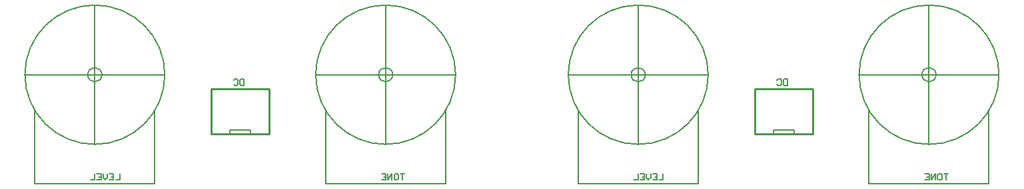
<source format=gbo>
G04*
G04 #@! TF.GenerationSoftware,Altium Limited,Altium Designer,19.1.6 (110)*
G04*
G04 Layer_Color=32896*
%FSLAX25Y25*%
%MOIN*%
G70*
G01*
G75*
%ADD31C,0.01000*%
%ADD44C,0.00787*%
%ADD45C,0.00500*%
%ADD46C,0.00591*%
D31*
X142391Y256600D02*
Y279238D01*
Y256600D02*
X171525D01*
Y279238D01*
X142391D02*
X171525D01*
X414261Y256600D02*
Y279238D01*
Y256600D02*
X443395D01*
Y279238D01*
X414261D02*
X443395D01*
D44*
X162076Y256827D02*
Y258795D01*
X151840D02*
X162076D01*
X151840Y256827D02*
Y258795D01*
X433946Y256827D02*
Y258795D01*
X423710D02*
X433946D01*
X423710Y256827D02*
Y258795D01*
D45*
X194698Y286453D02*
G03*
X229698Y251453I35000J0D01*
G01*
Y321453D02*
G03*
X194698Y286453I-0J-35000D01*
G01*
X229698Y321453D02*
G03*
X194698Y286453I-0J-35000D01*
G01*
Y286453D02*
G03*
X229698Y251453I35000J0D01*
G01*
D02*
G03*
X264698Y286453I0J35000D01*
G01*
Y286453D02*
G03*
X229698Y321453I-35000J0D01*
G01*
X264698Y286453D02*
G03*
X229698Y321453I-35000J0D01*
G01*
Y251453D02*
G03*
X264698Y286453I0J35000D01*
G01*
X233233D02*
G03*
X233233Y286453I-3535J0D01*
G01*
D02*
G03*
X233233Y286453I-3535J0D01*
G01*
X49198D02*
G03*
X84198Y251453I35000J0D01*
G01*
Y321453D02*
G03*
X49198Y286453I-0J-35000D01*
G01*
X84198Y321453D02*
G03*
X49198Y286453I-0J-35000D01*
G01*
Y286453D02*
G03*
X84198Y251453I35000J0D01*
G01*
D02*
G03*
X119198Y286453I0J35000D01*
G01*
Y286453D02*
G03*
X84198Y321453I-35000J0D01*
G01*
X119198Y286453D02*
G03*
X84198Y321453I-35000J0D01*
G01*
Y251453D02*
G03*
X119198Y286453I0J35000D01*
G01*
X87733D02*
G03*
X87733Y286453I-3535J0D01*
G01*
D02*
G03*
X87733Y286453I-3535J0D01*
G01*
X194698D02*
X264698D01*
X194698D02*
X264698D01*
X199698Y231516D02*
X259698D01*
X199698D02*
X259698D01*
X229698Y251453D02*
Y321453D01*
Y251453D02*
Y321453D01*
X199698Y231516D02*
Y268953D01*
Y231516D02*
Y268953D01*
X259698Y231516D02*
Y268953D01*
Y231516D02*
Y268953D01*
X49198Y286453D02*
X119198D01*
X49198D02*
X119198D01*
X54198Y231516D02*
X114198D01*
X54198D02*
X114198D01*
X84198Y251453D02*
Y321453D01*
Y251453D02*
Y321453D01*
X54198Y231516D02*
Y268953D01*
Y231516D02*
Y268953D01*
X114198Y231516D02*
Y268953D01*
Y231516D02*
Y268953D01*
X466569Y286453D02*
G03*
X501569Y251453I35000J0D01*
G01*
Y321453D02*
G03*
X466569Y286453I-0J-35000D01*
G01*
X501569Y321453D02*
G03*
X466569Y286453I-0J-35000D01*
G01*
Y286453D02*
G03*
X501569Y251453I35000J0D01*
G01*
D02*
G03*
X536568Y286453I0J35000D01*
G01*
Y286453D02*
G03*
X501569Y321453I-35000J0D01*
G01*
X536568Y286453D02*
G03*
X501569Y321453I-35000J0D01*
G01*
Y251453D02*
G03*
X536568Y286453I0J35000D01*
G01*
X505103D02*
G03*
X505103Y286453I-3535J0D01*
G01*
D02*
G03*
X505103Y286453I-3535J0D01*
G01*
X321069D02*
G03*
X356068Y251453I35000J0D01*
G01*
Y321453D02*
G03*
X321069Y286453I-0J-35000D01*
G01*
X356068Y321453D02*
G03*
X321069Y286453I-0J-35000D01*
G01*
Y286453D02*
G03*
X356068Y251453I35000J0D01*
G01*
D02*
G03*
X391069Y286453I0J35000D01*
G01*
Y286453D02*
G03*
X356068Y321453I-35000J0D01*
G01*
X391069Y286453D02*
G03*
X356068Y321453I-35000J0D01*
G01*
Y251453D02*
G03*
X391069Y286453I0J35000D01*
G01*
X359604D02*
G03*
X359604Y286453I-3535J0D01*
G01*
D02*
G03*
X359604Y286453I-3535J0D01*
G01*
X466569D02*
X536568D01*
X466569D02*
X536568D01*
X471568Y231516D02*
X531568D01*
X471568D02*
X531568D01*
X501569Y251453D02*
Y321453D01*
Y251453D02*
Y321453D01*
X471568Y231516D02*
Y268953D01*
Y231516D02*
Y268953D01*
X531568Y231516D02*
Y268953D01*
Y231516D02*
Y268953D01*
X321069Y286453D02*
X391069D01*
X321069D02*
X391069D01*
X326068Y231516D02*
X386069D01*
X326068D02*
X386069D01*
X356068Y251453D02*
Y321453D01*
Y251453D02*
Y321453D01*
X326068Y231516D02*
Y268953D01*
Y231516D02*
Y268953D01*
X386069Y231516D02*
Y268953D01*
Y231516D02*
Y268953D01*
D46*
X158907Y284188D02*
Y281039D01*
X157333D01*
X156808Y281564D01*
Y283663D01*
X157333Y284188D01*
X158907D01*
X153659Y283663D02*
X154184Y284188D01*
X155234D01*
X155758Y283663D01*
Y281564D01*
X155234Y281039D01*
X154184D01*
X153659Y281564D01*
X239198Y236664D02*
X237099D01*
X238149D01*
Y233516D01*
X234475Y236664D02*
X235525D01*
X236050Y236139D01*
Y234040D01*
X235525Y233516D01*
X234475D01*
X233951Y234040D01*
Y236139D01*
X234475Y236664D01*
X232901Y233516D02*
Y236664D01*
X230802Y233516D01*
Y236664D01*
X227654D02*
X229753D01*
Y233516D01*
X227654D01*
X229753Y235090D02*
X228703D01*
X96698Y236664D02*
Y233516D01*
X94599D01*
X91451Y236664D02*
X93550D01*
Y233516D01*
X91451D01*
X93550Y235090D02*
X92500D01*
X90401Y236664D02*
Y234565D01*
X89352Y233516D01*
X88302Y234565D01*
Y236664D01*
X85154D02*
X87253D01*
Y233516D01*
X85154D01*
X87253Y235090D02*
X86203D01*
X84104Y236664D02*
Y233516D01*
X82005D01*
X430777Y284188D02*
Y281039D01*
X429203D01*
X428678Y281564D01*
Y283663D01*
X429203Y284188D01*
X430777D01*
X425529Y283663D02*
X426054Y284188D01*
X427104D01*
X427628Y283663D01*
Y281564D01*
X427104Y281039D01*
X426054D01*
X425529Y281564D01*
X511068Y236664D02*
X508969D01*
X510019D01*
Y233516D01*
X506346Y236664D02*
X507395D01*
X507920Y236139D01*
Y234040D01*
X507395Y233516D01*
X506346D01*
X505821Y234040D01*
Y236139D01*
X506346Y236664D01*
X504771Y233516D02*
Y236664D01*
X502672Y233516D01*
Y236664D01*
X499524D02*
X501623D01*
Y233516D01*
X499524D01*
X501623Y235090D02*
X500573D01*
X368568Y236664D02*
Y233516D01*
X366470D01*
X363321Y236664D02*
X365420D01*
Y233516D01*
X363321D01*
X365420Y235090D02*
X364370D01*
X362271Y236664D02*
Y234565D01*
X361222Y233516D01*
X360172Y234565D01*
Y236664D01*
X357024D02*
X359123D01*
Y233516D01*
X357024D01*
X359123Y235090D02*
X358073D01*
X355974Y236664D02*
Y233516D01*
X353875D01*
M02*

</source>
